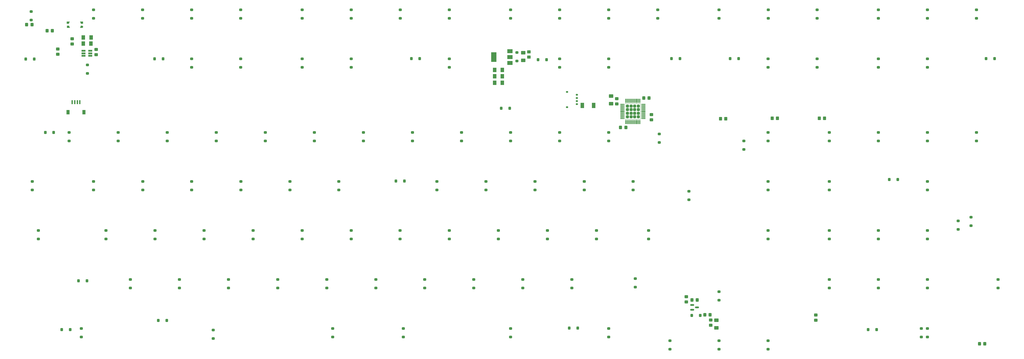
<source format=gbr>
G04 #@! TF.GenerationSoftware,KiCad,Pcbnew,7.0.2*
G04 #@! TF.CreationDate,2023-05-19T23:45:26-04:00*
G04 #@! TF.ProjectId,Boston-keyboard-V082DHA,426f7374-6f6e-42d6-9b65-79626f617264,rev?*
G04 #@! TF.SameCoordinates,Original*
G04 #@! TF.FileFunction,Paste,Bot*
G04 #@! TF.FilePolarity,Positive*
%FSLAX46Y46*%
G04 Gerber Fmt 4.6, Leading zero omitted, Abs format (unit mm)*
G04 Created by KiCad (PCBNEW 7.0.2) date 2023-05-19 23:45:26*
%MOMM*%
%LPD*%
G01*
G04 APERTURE LIST*
G04 Aperture macros list*
%AMRoundRect*
0 Rectangle with rounded corners*
0 $1 Rounding radius*
0 $2 $3 $4 $5 $6 $7 $8 $9 X,Y pos of 4 corners*
0 Add a 4 corners polygon primitive as box body*
4,1,4,$2,$3,$4,$5,$6,$7,$8,$9,$2,$3,0*
0 Add four circle primitives for the rounded corners*
1,1,$1+$1,$2,$3*
1,1,$1+$1,$4,$5*
1,1,$1+$1,$6,$7*
1,1,$1+$1,$8,$9*
0 Add four rect primitives between the rounded corners*
20,1,$1+$1,$2,$3,$4,$5,0*
20,1,$1+$1,$4,$5,$6,$7,0*
20,1,$1+$1,$6,$7,$8,$9,0*
20,1,$1+$1,$8,$9,$2,$3,0*%
%AMFreePoly0*
4,1,28,0.525059,0.400000,0.532182,0.397024,0.539142,0.394142,0.539153,0.394113,0.539183,0.394101,0.542090,0.387022,0.545000,0.380000,0.545000,-0.380000,0.539142,-0.394142,0.525000,-0.400000,-0.650000,-0.400000,-0.664142,-0.394142,-0.670000,-0.380000,-0.664142,-0.365858,-0.650000,-0.360000,-0.645403,-0.360000,-0.649771,-0.349394,-0.646861,-0.337380,-0.596034,-0.254811,-0.509604,-0.081220,
-0.439105,0.099429,-0.385107,0.285677,-0.366569,0.380847,-0.365754,0.382315,-0.365871,0.382599,-0.359972,0.396724,-0.345813,0.402541,0.525059,0.400000,0.525059,0.400000,$1*%
%AMFreePoly1*
4,1,27,0.539142,0.394142,0.545000,0.380000,0.545000,-0.380000,0.542090,-0.387022,0.539183,-0.394101,0.539153,-0.394113,0.539142,-0.394142,0.532182,-0.397024,0.525059,-0.400000,-0.345813,-0.402541,-0.359972,-0.396724,-0.365871,-0.382599,-0.360054,-0.368440,-0.356003,-0.366748,-0.366375,-0.362091,-0.372521,-0.351367,-0.392501,-0.256009,-0.449448,-0.069660,-0.522971,0.110794,-0.612470,0.283880,
-0.664821,0.366049,-0.665820,0.369911,-0.670000,0.380000,-0.664142,0.394142,-0.650000,0.400000,0.525000,0.400000,0.539142,0.394142,0.539142,0.394142,$1*%
%AMFreePoly2*
4,1,31,0.319736,0.407785,0.429772,0.357533,0.521194,0.278316,0.586594,0.176551,0.620674,0.060484,0.620674,-0.060484,0.586594,-0.176551,0.521194,-0.278316,0.429772,-0.357533,0.319736,-0.407785,0.199999,-0.425000,-0.575001,-0.424979,-0.592678,-0.417657,-0.600000,-0.399978,-0.592678,-0.382301,-0.590938,-0.381580,-0.588854,-0.372453,-0.535362,-0.282963,-0.445108,-0.094990,-0.372348,0.100422,
-0.317686,0.301647,-0.299623,0.404329,-0.293189,0.416443,-0.292678,0.417678,-0.292493,0.417754,-0.292376,0.417975,-0.278492,0.424755,-0.276455,0.424396,-0.275000,0.425000,0.200000,0.425000,0.319736,0.407785,0.319736,0.407785,$1*%
G04 Aperture macros list end*
%ADD10RoundRect,0.250000X-0.350000X0.250000X-0.350000X-0.250000X0.350000X-0.250000X0.350000X0.250000X0*%
%ADD11RoundRect,0.250001X0.624999X-0.462499X0.624999X0.462499X-0.624999X0.462499X-0.624999X-0.462499X0*%
%ADD12RoundRect,0.250000X0.250000X0.350000X-0.250000X0.350000X-0.250000X-0.350000X0.250000X-0.350000X0*%
%ADD13RoundRect,0.250001X-0.462499X-0.624999X0.462499X-0.624999X0.462499X0.624999X-0.462499X0.624999X0*%
%ADD14R,2.000000X1.500000*%
%ADD15R,2.000000X3.800000*%
%ADD16RoundRect,0.250000X-0.450000X0.325000X-0.450000X-0.325000X0.450000X-0.325000X0.450000X0.325000X0*%
%ADD17RoundRect,0.250000X0.350000X0.450000X-0.350000X0.450000X-0.350000X-0.450000X0.350000X-0.450000X0*%
%ADD18RoundRect,0.150000X0.275000X-0.150000X0.275000X0.150000X-0.275000X0.150000X-0.275000X-0.150000X0*%
%ADD19RoundRect,0.175000X0.225000X-0.175000X0.225000X0.175000X-0.225000X0.175000X-0.225000X-0.175000X0*%
%ADD20R,1.400000X2.100000*%
%ADD21RoundRect,0.250000X-0.450000X0.350000X-0.450000X-0.350000X0.450000X-0.350000X0.450000X0.350000X0*%
%ADD22RoundRect,0.250001X-0.624999X0.462499X-0.624999X-0.462499X0.624999X-0.462499X0.624999X0.462499X0*%
%ADD23RoundRect,0.250000X0.450000X-0.325000X0.450000X0.325000X-0.450000X0.325000X-0.450000X-0.325000X0*%
%ADD24RoundRect,0.075000X0.662500X0.075000X-0.662500X0.075000X-0.662500X-0.075000X0.662500X-0.075000X0*%
%ADD25RoundRect,0.075000X0.075000X0.662500X-0.075000X0.662500X-0.075000X-0.662500X0.075000X-0.662500X0*%
%ADD26RoundRect,0.250000X0.325000X0.450000X-0.325000X0.450000X-0.325000X-0.450000X0.325000X-0.450000X0*%
%ADD27RoundRect,0.250000X-0.325000X-0.450000X0.325000X-0.450000X0.325000X0.450000X-0.325000X0.450000X0*%
%ADD28R,1.560000X0.650000*%
%ADD29R,0.600000X1.550000*%
%ADD30R,1.200000X1.800000*%
%ADD31RoundRect,0.250000X0.350000X-0.250000X0.350000X0.250000X-0.350000X0.250000X-0.350000X-0.250000X0*%
%ADD32RoundRect,0.250000X0.315000X0.315000X-0.315000X0.315000X-0.315000X-0.315000X0.315000X-0.315000X0*%
%ADD33RoundRect,0.062500X0.375000X0.062500X-0.375000X0.062500X-0.375000X-0.062500X0.375000X-0.062500X0*%
%ADD34RoundRect,0.062500X0.062500X0.375000X-0.062500X0.375000X-0.062500X-0.375000X0.062500X-0.375000X0*%
%ADD35FreePoly0,180.000000*%
%ADD36FreePoly1,180.000000*%
%ADD37FreePoly2,0.000000*%
%ADD38FreePoly1,0.000000*%
%ADD39RoundRect,0.150000X-0.587500X-0.150000X0.587500X-0.150000X0.587500X0.150000X-0.587500X0.150000X0*%
G04 APERTURE END LIST*
D10*
X124340625Y-97256250D03*
X124340625Y-100556250D03*
D11*
X253100000Y-50212500D03*
X253100000Y-47237500D03*
D10*
X238640625Y-97256250D03*
X238640625Y-100556250D03*
D12*
X262150000Y-49925000D03*
X258850000Y-49925000D03*
D13*
X242012500Y-53925000D03*
X244987500Y-53925000D03*
D10*
X286265625Y-49631250D03*
X286265625Y-52931250D03*
X224353125Y-49631250D03*
X224353125Y-52931250D03*
D14*
X247950000Y-46625000D03*
X247950000Y-48925000D03*
D15*
X241650000Y-48925000D03*
D14*
X247950000Y-51225000D03*
D10*
X276778750Y-97256250D03*
X276778750Y-100556250D03*
X348178125Y-78206250D03*
X348178125Y-81506250D03*
D13*
X242012500Y-58925000D03*
X244987500Y-58925000D03*
D12*
X63150000Y-49725000D03*
X59850000Y-49725000D03*
D16*
X87200000Y-46000000D03*
X87200000Y-48050000D03*
D10*
X348216250Y-30581250D03*
X348216250Y-33881250D03*
X76715625Y-78206250D03*
X76715625Y-81506250D03*
X114853750Y-78206250D03*
X114853750Y-81506250D03*
D12*
X212906372Y-49495305D03*
X209606372Y-49495305D03*
D13*
X82262500Y-41325000D03*
X85237500Y-41325000D03*
D10*
X243403125Y-116306250D03*
X243403125Y-119606250D03*
X407709375Y-154406250D03*
X407709375Y-157706250D03*
X329128125Y-30581250D03*
X329128125Y-33881250D03*
X172003750Y-78206250D03*
X172003750Y-81506250D03*
X219590625Y-97256250D03*
X219590625Y-100556250D03*
D12*
X70750000Y-78225000D03*
X67450000Y-78225000D03*
D10*
X167241250Y-116306250D03*
X167241250Y-119606250D03*
X296600000Y-135075000D03*
X296600000Y-138375000D03*
X410090625Y-97256250D03*
X410090625Y-100556250D03*
D16*
X289400000Y-65139069D03*
X289400000Y-67189069D03*
D10*
X61975000Y-31275000D03*
X61975000Y-34575000D03*
X367228125Y-30581250D03*
X367228125Y-33881250D03*
X143390625Y-30581250D03*
X143390625Y-33881250D03*
D16*
X366700000Y-149200000D03*
X366700000Y-151250000D03*
D10*
X437475000Y-135356250D03*
X437475000Y-138656250D03*
X205341250Y-30581250D03*
X205341250Y-33881250D03*
X317460000Y-101066250D03*
X317460000Y-104366250D03*
X124340625Y-49631250D03*
X124340625Y-52931250D03*
D16*
X77900000Y-41800000D03*
X77900000Y-43850000D03*
D10*
X81478125Y-154406250D03*
X81478125Y-157706250D03*
D17*
X351800000Y-72725000D03*
X349800000Y-72725000D03*
D18*
X273875000Y-67225000D03*
X273875000Y-66025000D03*
X273875000Y-64825000D03*
X273875000Y-63625000D03*
D19*
X270100000Y-68375000D03*
X270100000Y-62475000D03*
D20*
X280400000Y-67725000D03*
X276000000Y-67725000D03*
D10*
X64809375Y-116306250D03*
X64809375Y-119606250D03*
X348178125Y-159168750D03*
X348178125Y-162468750D03*
X124340625Y-30581250D03*
X124340625Y-33881250D03*
D21*
X255300000Y-46925000D03*
X255300000Y-48925000D03*
D10*
X91003125Y-116306250D03*
X91003125Y-119606250D03*
X301743948Y-116306300D03*
X301743948Y-119606300D03*
X119578125Y-135356250D03*
X119578125Y-138656250D03*
X295790625Y-97256250D03*
X295790625Y-100556250D03*
X83859375Y-52012500D03*
X83859375Y-55312500D03*
X329128125Y-140118750D03*
X329128125Y-143418750D03*
D22*
X328100000Y-151237500D03*
X328100000Y-154212500D03*
D10*
X348178125Y-116306250D03*
X348178125Y-119606250D03*
D12*
X436148747Y-49495305D03*
X432848747Y-49495305D03*
D10*
X305911139Y-78801581D03*
X305911139Y-82101581D03*
X129103125Y-116306250D03*
X129103125Y-119606250D03*
D23*
X302900000Y-73350000D03*
X302900000Y-71300000D03*
D10*
X329128125Y-159168750D03*
X329128125Y-162468750D03*
X371990625Y-97256250D03*
X371990625Y-100556250D03*
X338800000Y-81550000D03*
X338800000Y-84850000D03*
X176766250Y-135356250D03*
X176766250Y-138656250D03*
X248165625Y-78206250D03*
X248165625Y-81506250D03*
X138628125Y-135356250D03*
X138628125Y-138656250D03*
D22*
X287200000Y-64081256D03*
X287200000Y-67056256D03*
D10*
X371990625Y-135356250D03*
X371990625Y-138656250D03*
X305315625Y-30581250D03*
X305315625Y-33881250D03*
X391040625Y-49631250D03*
X391040625Y-52931250D03*
X281503125Y-116306250D03*
X281503125Y-119606250D03*
X286265625Y-78206250D03*
X286265625Y-81506250D03*
X210065625Y-78206250D03*
X210065625Y-81506250D03*
X348178125Y-49631250D03*
X348178125Y-52931250D03*
D12*
X274223611Y-154270393D03*
X270923611Y-154270393D03*
D10*
X224391250Y-30581250D03*
X224391250Y-33881250D03*
X257690625Y-97256250D03*
X257690625Y-100556250D03*
X186253125Y-116306250D03*
X186253125Y-119606250D03*
X186253125Y-49631250D03*
X186253125Y-52931250D03*
X391040625Y-116306250D03*
X391040625Y-119606250D03*
X214828125Y-135396875D03*
X214828125Y-138696875D03*
D13*
X242012500Y-56425000D03*
X244987500Y-56425000D03*
D10*
X348178125Y-97256250D03*
X348178125Y-100556250D03*
X391040625Y-78206250D03*
X391040625Y-81506250D03*
X429140625Y-30581250D03*
X429140625Y-33881250D03*
X195816250Y-135356250D03*
X195816250Y-138656250D03*
X286265625Y-154406250D03*
X286265625Y-157706250D03*
X410090625Y-30581250D03*
X410090625Y-33881250D03*
X410090625Y-154406250D03*
X410090625Y-157706250D03*
D12*
X390309375Y-154865625D03*
X387009375Y-154865625D03*
D10*
X167203125Y-30581250D03*
X167203125Y-33881250D03*
D24*
X299813125Y-67316875D03*
X299813125Y-67816875D03*
X299813125Y-68316875D03*
X299813125Y-68816875D03*
X299813125Y-69316875D03*
X299813125Y-69816875D03*
X299813125Y-70316875D03*
X299813125Y-70816875D03*
X299813125Y-71316875D03*
X299813125Y-71816875D03*
X299813125Y-72316875D03*
X299813125Y-72816875D03*
D25*
X298400625Y-74229375D03*
X297900625Y-74229375D03*
X297400625Y-74229375D03*
X296900625Y-74229375D03*
X296400625Y-74229375D03*
X295900625Y-74229375D03*
X295400625Y-74229375D03*
X294900625Y-74229375D03*
X294400625Y-74229375D03*
X293900625Y-74229375D03*
X293400625Y-74229375D03*
X292900625Y-74229375D03*
D24*
X291488125Y-72816875D03*
X291488125Y-72316875D03*
X291488125Y-71816875D03*
X291488125Y-71316875D03*
X291488125Y-70816875D03*
X291488125Y-70316875D03*
X291488125Y-69816875D03*
X291488125Y-69316875D03*
X291488125Y-68816875D03*
X291488125Y-68316875D03*
X291488125Y-67816875D03*
X291488125Y-67316875D03*
D25*
X292900625Y-65904375D03*
X293400625Y-65904375D03*
X293900625Y-65904375D03*
X294400625Y-65904375D03*
X294900625Y-65904375D03*
X295400625Y-65904375D03*
X295900625Y-65904375D03*
X296400625Y-65904375D03*
X296900625Y-65904375D03*
X297400625Y-65904375D03*
X297900625Y-65904375D03*
X298400625Y-65904375D03*
D10*
X152953750Y-78206250D03*
X152953750Y-81506250D03*
D12*
X206953242Y-97120345D03*
X203653242Y-97120345D03*
D10*
X233878125Y-135356250D03*
X233878125Y-138656250D03*
X371990625Y-78206250D03*
X371990625Y-81506250D03*
X391040625Y-135356250D03*
X391040625Y-138656250D03*
X186253125Y-30581250D03*
X186253125Y-33881250D03*
D12*
X247850000Y-68825000D03*
X244550000Y-68825000D03*
D10*
X267215625Y-78206250D03*
X267215625Y-81506250D03*
X110053125Y-116306250D03*
X110053125Y-119606250D03*
X100528125Y-135356250D03*
X100528125Y-138656250D03*
D26*
X325625000Y-149125000D03*
X323575000Y-149125000D03*
D10*
X371990625Y-116306250D03*
X371990625Y-119606250D03*
X429140625Y-78206250D03*
X429140625Y-81506250D03*
X229115625Y-78206250D03*
X229115625Y-81506250D03*
D12*
X336750000Y-49525000D03*
X333450000Y-49525000D03*
D10*
X391040625Y-30581250D03*
X391040625Y-33881250D03*
X157716250Y-135356250D03*
X157716250Y-138656250D03*
D12*
X77175000Y-154900000D03*
X73875000Y-154900000D03*
D10*
X62428125Y-97256250D03*
X62428125Y-100556250D03*
D12*
X83650000Y-135900000D03*
X80350000Y-135900000D03*
D10*
X167203125Y-49631250D03*
X167203125Y-52931250D03*
D27*
X290875000Y-76325000D03*
X292925000Y-76325000D03*
D10*
X367228125Y-49631250D03*
X367228125Y-52931250D03*
D23*
X325900000Y-153150000D03*
X325900000Y-151100000D03*
D26*
X301915625Y-64821875D03*
X299865625Y-64821875D03*
D17*
X370100000Y-72725000D03*
X368100000Y-72725000D03*
D28*
X84971250Y-46521250D03*
X84971250Y-47471250D03*
X84971250Y-48421250D03*
X82271250Y-48421250D03*
X82271250Y-47471250D03*
X82271250Y-46521250D03*
D13*
X82237500Y-43725000D03*
X85212500Y-43725000D03*
D10*
X248165625Y-30581250D03*
X248165625Y-33881250D03*
X205266250Y-116306250D03*
X205266250Y-119606250D03*
D12*
X321850000Y-149325000D03*
X318550000Y-149325000D03*
D10*
X179109375Y-154406250D03*
X179109375Y-157706250D03*
D26*
X70225000Y-38725000D03*
X68175000Y-38725000D03*
D10*
X271978125Y-135356250D03*
X271978125Y-138656250D03*
X95765625Y-78206250D03*
X95765625Y-81506250D03*
D29*
X80900000Y-66500000D03*
X79900000Y-66500000D03*
X78900000Y-66500000D03*
X77900000Y-66500000D03*
D30*
X82500000Y-70375000D03*
X76300000Y-70375000D03*
D10*
X191015625Y-78206250D03*
X191015625Y-81506250D03*
X252928125Y-135356250D03*
X252928125Y-138656250D03*
X410090625Y-78206250D03*
X410090625Y-81506250D03*
D12*
X114679727Y-151293828D03*
X111379727Y-151293828D03*
D10*
X206493750Y-154406250D03*
X206493750Y-157706250D03*
D31*
X250600000Y-50475000D03*
X250600000Y-47175000D03*
D10*
X422000000Y-112575000D03*
X422000000Y-115875000D03*
X86240625Y-30581250D03*
X86240625Y-33881250D03*
X162478750Y-97256250D03*
X162478750Y-100556250D03*
X267215625Y-30581250D03*
X267215625Y-33881250D03*
X410090625Y-49631250D03*
X410090625Y-52931250D03*
D26*
X62300000Y-36325000D03*
X60250000Y-36325000D03*
D10*
X224353125Y-116306250D03*
X224353125Y-119606250D03*
D32*
X297750625Y-72166875D03*
X297750625Y-70766875D03*
X297750625Y-69366875D03*
X297750625Y-67966875D03*
X296350625Y-72166875D03*
X296350625Y-70766875D03*
X296350625Y-69366875D03*
X296350625Y-67966875D03*
X294950625Y-72166875D03*
X294950625Y-70766875D03*
X294950625Y-69366875D03*
X294950625Y-67966875D03*
X293550625Y-72166875D03*
X293550625Y-70766875D03*
X293550625Y-69366875D03*
X293550625Y-67966875D03*
D33*
X299088125Y-67316875D03*
X299088125Y-67816875D03*
X299088125Y-68316875D03*
X299088125Y-68816875D03*
X299088125Y-69316875D03*
X299088125Y-69816875D03*
X299088125Y-70316875D03*
X299088125Y-70816875D03*
X299088125Y-71316875D03*
X299088125Y-71816875D03*
X299088125Y-72316875D03*
X299088125Y-72816875D03*
D34*
X298400625Y-73504375D03*
X297900625Y-73504375D03*
X297400625Y-73504375D03*
X296900625Y-73504375D03*
X296400625Y-73504375D03*
X295900625Y-73504375D03*
X295400625Y-73504375D03*
X294900625Y-73504375D03*
X294400625Y-73504375D03*
X293900625Y-73504375D03*
X293400625Y-73504375D03*
X292900625Y-73504375D03*
D33*
X292213125Y-72816875D03*
X292213125Y-72316875D03*
X292213125Y-71816875D03*
X292213125Y-71316875D03*
X292213125Y-70816875D03*
X292213125Y-70316875D03*
X292213125Y-69816875D03*
X292213125Y-69316875D03*
X292213125Y-68816875D03*
X292213125Y-68316875D03*
X292213125Y-67816875D03*
X292213125Y-67316875D03*
D34*
X292900625Y-66629375D03*
X293400625Y-66629375D03*
X293900625Y-66629375D03*
X294400625Y-66629375D03*
X294900625Y-66629375D03*
X295400625Y-66629375D03*
X295900625Y-66629375D03*
X296400625Y-66629375D03*
X296900625Y-66629375D03*
X297400625Y-66629375D03*
X297900625Y-66629375D03*
X298400625Y-66629375D03*
D10*
X132675056Y-155001645D03*
X132675056Y-158301645D03*
X105328750Y-97256250D03*
X105328750Y-100556250D03*
D35*
X76333000Y-35575000D03*
D36*
X76358400Y-37175000D03*
D37*
X81565400Y-37175000D03*
D38*
X81641600Y-35575000D03*
D23*
X316400000Y-144150000D03*
X316400000Y-142100000D03*
D10*
X181490625Y-97256250D03*
X181490625Y-100556250D03*
D16*
X72300000Y-45825000D03*
X72300000Y-47875000D03*
D10*
X267215625Y-49631250D03*
X267215625Y-52931250D03*
X310078125Y-159168750D03*
X310078125Y-162468750D03*
D17*
X331700000Y-72925000D03*
X329700000Y-72925000D03*
D10*
X133903750Y-78206250D03*
X133903750Y-81506250D03*
X86240625Y-97256250D03*
X86240625Y-100556250D03*
D39*
X318662500Y-147175000D03*
X318662500Y-145275000D03*
X320537500Y-146225000D03*
D10*
X148153125Y-116306250D03*
X148153125Y-119606250D03*
D12*
X313973643Y-49495305D03*
X310673643Y-49495305D03*
X113250000Y-49625000D03*
X109950000Y-49625000D03*
D10*
X143428750Y-97256250D03*
X143428750Y-100556250D03*
X262453125Y-116306250D03*
X262453125Y-119606250D03*
X410090625Y-135356250D03*
X410090625Y-138656250D03*
D27*
X430275000Y-160325000D03*
X432325000Y-160325000D03*
X318575000Y-143325000D03*
X320625000Y-143325000D03*
D10*
X248165625Y-154406250D03*
X248165625Y-157706250D03*
X410090625Y-116306250D03*
X410090625Y-119606250D03*
X427000000Y-111150000D03*
X427000000Y-114450000D03*
D12*
X398508089Y-96525032D03*
X395208089Y-96525032D03*
D10*
X286303750Y-30581250D03*
X286303750Y-33881250D03*
X143390625Y-49631250D03*
X143390625Y-52931250D03*
X105290625Y-30581250D03*
X105290625Y-33881250D03*
M02*

</source>
